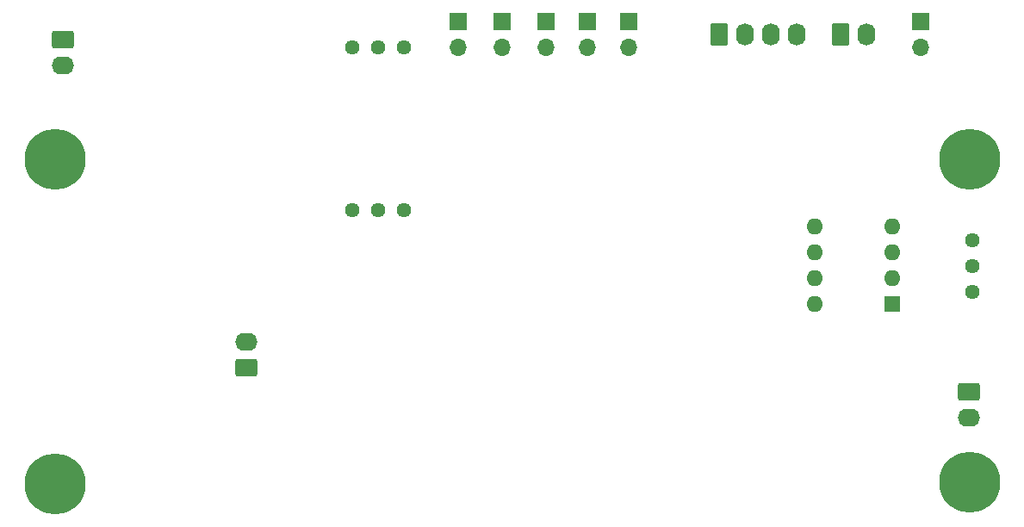
<source format=gbs>
G04 #@! TF.GenerationSoftware,KiCad,Pcbnew,(6.0.10)*
G04 #@! TF.CreationDate,2023-02-17T11:11:42-03:00*
G04 #@! TF.ProjectId,TimeInterval_FrontEnd,54696d65-496e-4746-9572-76616c5f4672,rev?*
G04 #@! TF.SameCoordinates,Original*
G04 #@! TF.FileFunction,Soldermask,Bot*
G04 #@! TF.FilePolarity,Negative*
%FSLAX46Y46*%
G04 Gerber Fmt 4.6, Leading zero omitted, Abs format (unit mm)*
G04 Created by KiCad (PCBNEW (6.0.10)) date 2023-02-17 11:11:42*
%MOMM*%
%LPD*%
G01*
G04 APERTURE LIST*
G04 Aperture macros list*
%AMRoundRect*
0 Rectangle with rounded corners*
0 $1 Rounding radius*
0 $2 $3 $4 $5 $6 $7 $8 $9 X,Y pos of 4 corners*
0 Add a 4 corners polygon primitive as box body*
4,1,4,$2,$3,$4,$5,$6,$7,$8,$9,$2,$3,0*
0 Add four circle primitives for the rounded corners*
1,1,$1+$1,$2,$3*
1,1,$1+$1,$4,$5*
1,1,$1+$1,$6,$7*
1,1,$1+$1,$8,$9*
0 Add four rect primitives between the rounded corners*
20,1,$1+$1,$2,$3,$4,$5,0*
20,1,$1+$1,$4,$5,$6,$7,0*
20,1,$1+$1,$6,$7,$8,$9,0*
20,1,$1+$1,$8,$9,$2,$3,0*%
G04 Aperture macros list end*
%ADD10C,6.000000*%
%ADD11O,2.190000X1.740000*%
%ADD12RoundRect,0.250000X-0.845000X0.620000X-0.845000X-0.620000X0.845000X-0.620000X0.845000X0.620000X0*%
%ADD13C,1.440000*%
%ADD14R,1.700000X1.700000*%
%ADD15O,1.700000X1.700000*%
%ADD16RoundRect,0.250000X-0.620000X-0.845000X0.620000X-0.845000X0.620000X0.845000X-0.620000X0.845000X0*%
%ADD17O,1.740000X2.190000*%
%ADD18R,1.600000X1.600000*%
%ADD19O,1.600000X1.600000*%
%ADD20RoundRect,0.250000X0.845000X-0.620000X0.845000X0.620000X-0.845000X0.620000X-0.845000X-0.620000X0*%
G04 APERTURE END LIST*
D10*
X184912000Y-77343000D03*
X94996000Y-77343000D03*
X184912000Y-109093000D03*
X94996000Y-109220000D03*
D11*
X95758000Y-68072000D03*
D12*
X95758000Y-65532000D03*
D13*
X185157000Y-90307000D03*
X185157000Y-87767000D03*
X185157000Y-85227000D03*
D14*
X138938000Y-63749000D03*
D15*
X138938000Y-66289000D03*
D16*
X172212000Y-65044000D03*
D17*
X174752000Y-65044000D03*
D14*
X151384000Y-63749000D03*
D15*
X151384000Y-66289000D03*
D13*
X129286000Y-66294000D03*
X126746000Y-66294000D03*
X124206000Y-66294000D03*
D18*
X177273000Y-91557000D03*
D19*
X177273000Y-89017000D03*
X177273000Y-86477000D03*
X177273000Y-83937000D03*
X169653000Y-83937000D03*
X169653000Y-86477000D03*
X169653000Y-89017000D03*
X169653000Y-91557000D03*
D20*
X113812000Y-97790000D03*
D11*
X113812000Y-95250000D03*
D14*
X147320000Y-63749000D03*
D15*
X147320000Y-66289000D03*
D14*
X134620000Y-63749000D03*
D15*
X134620000Y-66289000D03*
X180086000Y-66289000D03*
D14*
X180086000Y-63749000D03*
D13*
X129286000Y-82296000D03*
X126746000Y-82296000D03*
X124206000Y-82296000D03*
D14*
X143256000Y-63744000D03*
D15*
X143256000Y-66284000D03*
D12*
X184883000Y-100203000D03*
D11*
X184883000Y-102743000D03*
D16*
X160274000Y-65064000D03*
D17*
X162814000Y-65064000D03*
X165354000Y-65064000D03*
X167894000Y-65064000D03*
M02*

</source>
